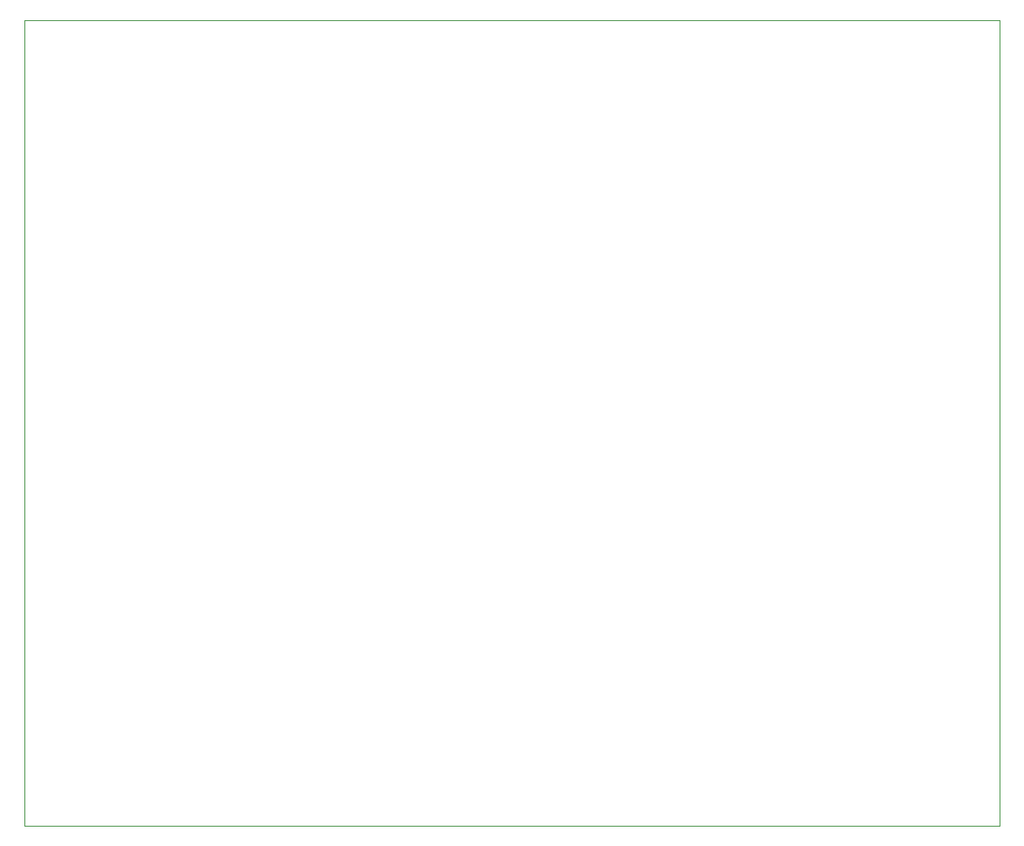
<source format=gm1>
G04*
G04 #@! TF.GenerationSoftware,Altium Limited,Altium Designer,22.10.1 (41)*
G04*
G04 Layer_Color=16711935*
%FSLAX43Y43*%
%MOMM*%
G71*
G04*
G04 #@! TF.SameCoordinates,7233D645-3E92-44BA-85C6-A03B5A4407AC*
G04*
G04*
G04 #@! TF.FilePolarity,Positive*
G04*
G01*
G75*
%ADD91C,0.050*%
D91*
X-49000Y-40500D02*
X49000Y-40500D01*
X-49000Y40500D02*
X49000Y40500D01*
X49000Y-40500D02*
X49000Y40500D01*
X-49000Y-40500D02*
X-49000Y40500D01*
M02*

</source>
